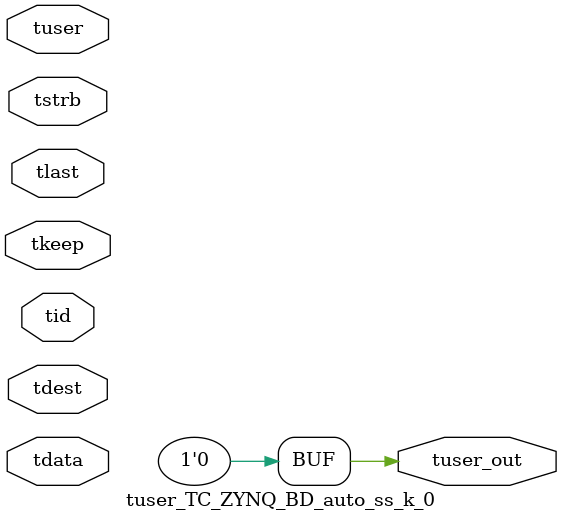
<source format=v>


`timescale 1ps/1ps

module tuser_TC_ZYNQ_BD_auto_ss_k_0 #
(
parameter C_S_AXIS_TUSER_WIDTH = 1,
parameter C_S_AXIS_TDATA_WIDTH = 32,
parameter C_S_AXIS_TID_WIDTH   = 0,
parameter C_S_AXIS_TDEST_WIDTH = 0,
parameter C_M_AXIS_TUSER_WIDTH = 1
)
(
input  [(C_S_AXIS_TUSER_WIDTH == 0 ? 1 : C_S_AXIS_TUSER_WIDTH)-1:0     ] tuser,
input  [(C_S_AXIS_TDATA_WIDTH == 0 ? 1 : C_S_AXIS_TDATA_WIDTH)-1:0     ] tdata,
input  [(C_S_AXIS_TID_WIDTH   == 0 ? 1 : C_S_AXIS_TID_WIDTH)-1:0       ] tid,
input  [(C_S_AXIS_TDEST_WIDTH == 0 ? 1 : C_S_AXIS_TDEST_WIDTH)-1:0     ] tdest,
input  [(C_S_AXIS_TDATA_WIDTH/8)-1:0 ] tkeep,
input  [(C_S_AXIS_TDATA_WIDTH/8)-1:0 ] tstrb,
input                                                                    tlast,
output [C_M_AXIS_TUSER_WIDTH-1:0] tuser_out
);

assign tuser_out = {1'b0};

endmodule


</source>
